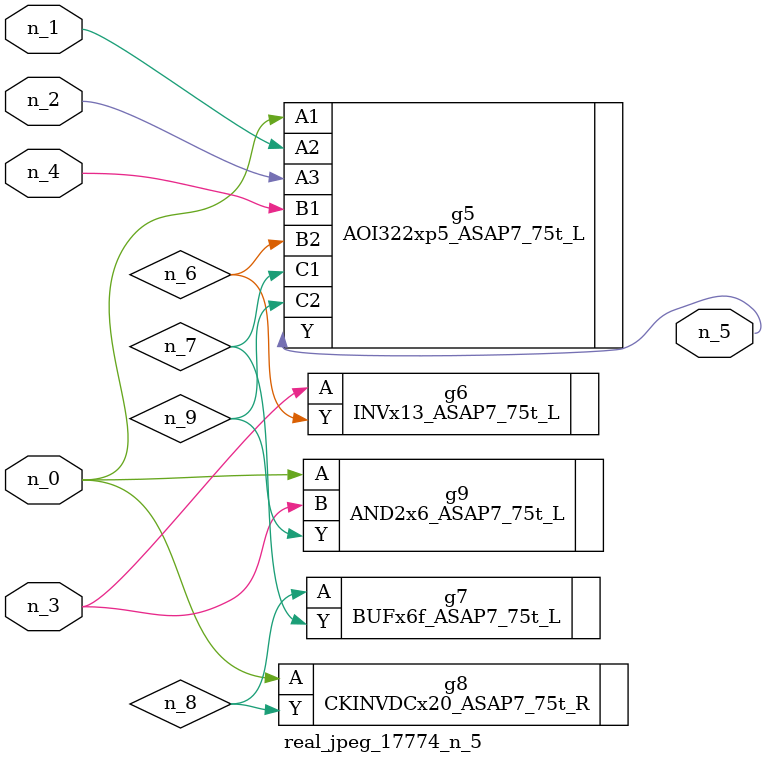
<source format=v>
module real_jpeg_17774_n_5 (n_4, n_0, n_1, n_2, n_3, n_5);

input n_4;
input n_0;
input n_1;
input n_2;
input n_3;

output n_5;

wire n_8;
wire n_6;
wire n_7;
wire n_9;

AOI322xp5_ASAP7_75t_L g5 ( 
.A1(n_0),
.A2(n_1),
.A3(n_2),
.B1(n_4),
.B2(n_6),
.C1(n_7),
.C2(n_9),
.Y(n_5)
);

CKINVDCx20_ASAP7_75t_R g8 ( 
.A(n_0),
.Y(n_8)
);

AND2x6_ASAP7_75t_L g9 ( 
.A(n_0),
.B(n_3),
.Y(n_9)
);

INVx13_ASAP7_75t_L g6 ( 
.A(n_3),
.Y(n_6)
);

BUFx6f_ASAP7_75t_L g7 ( 
.A(n_8),
.Y(n_7)
);


endmodule
</source>
